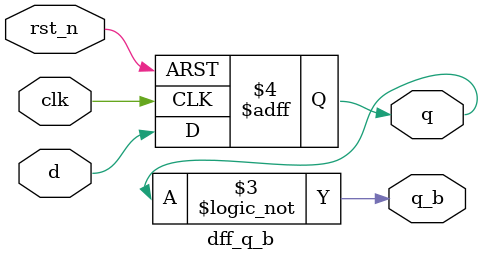
<source format=v>

module dff_q_b(
input wire clk, rst_n, 
input wire d, 
output reg q,
output q_b 
);

always @(posedge clk or negedge rst_n) begin 
if (!rst_n) q <= 0;
else q <= d;
end
assign q_b = !q; 
endmodule 


// instance: 
// dff_q_b inst_name(.clk(),.rst_n(),.d(),.q(),.q_b()); 
</source>
